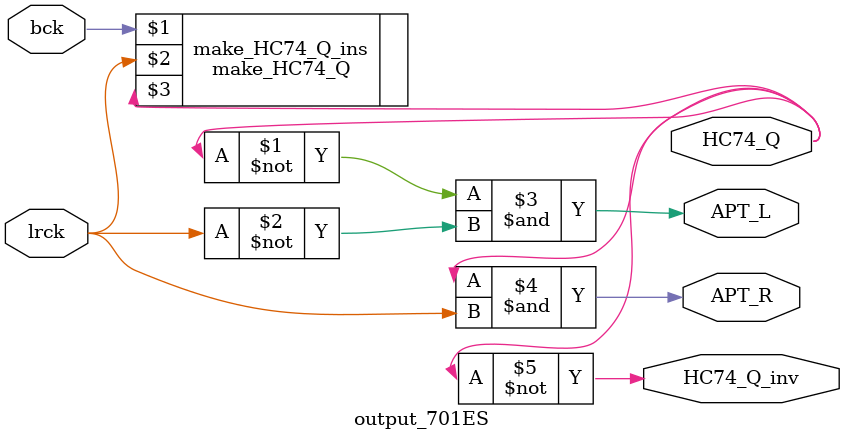
<source format=v>
module output_701ES(bck, lrck, APT_L, APT_R, HC74_Q, HC74_Q_inv);

	// LJ16, BCK = 32fs and LRCK=L when L ch signal input.
	input bck; //-- bck
	input lrck; //-- Frame sync (asserted for channel A, negated for B)
	output APT_L;
	output APT_R;
	output HC74_Q;
	output HC74_Q_inv;
	
	wire HC74_Q;

	// shift LRCK for 8 periods of BCK.  
	make_HC74_Q make_HC74_Q_ins(bck, lrck, HC74_Q);

	assign APT_L = ~HC74_Q & ~lrck;
	assign APT_R = HC74_Q & lrck;
	assign HC74_Q_inv = ~HC74_Q;

endmodule
</source>
